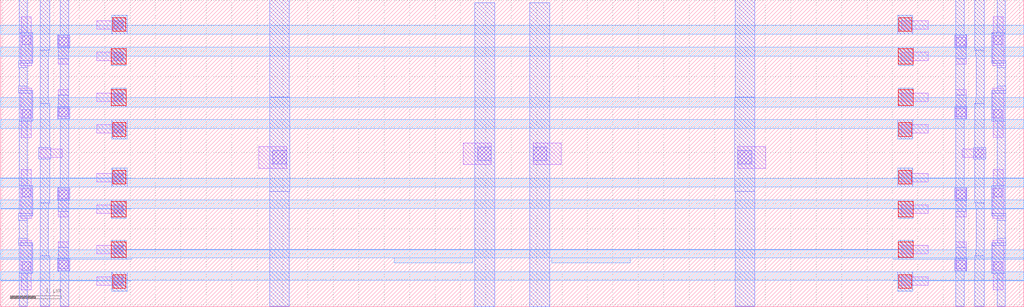
<source format=lef>
VERSION 5.7 ;
  NOWIREEXTENSIONATPIN ON ;
  DIVIDERCHAR "/" ;
  BUSBITCHARS "[]" ;
MACRO swc4x2cell
  CLASS BLOCK ;
  FOREIGN swc4x2cell ;
  ORIGIN 10.040 0.040 ;
  SIZE 20.120 BY 6.050 ;
  OBS
      LAYER li1 ;
        RECT -9.640 5.330 -9.440 5.680 ;
        RECT -8.160 5.430 -7.630 5.600 ;
        RECT 7.670 5.430 8.200 5.600 ;
        RECT -9.650 5.300 -9.440 5.330 ;
        RECT 9.480 5.330 9.680 5.680 ;
        RECT -9.650 4.710 -9.430 5.300 ;
        RECT -8.910 4.740 -8.710 5.310 ;
        RECT -8.160 4.810 -7.630 4.980 ;
        RECT 7.670 4.810 8.200 4.980 ;
        RECT 8.750 4.740 8.950 5.310 ;
        RECT 9.480 5.300 9.690 5.330 ;
        RECT 9.470 4.710 9.690 5.300 ;
        RECT -9.650 3.680 -9.430 4.270 ;
        RECT -9.650 3.650 -9.440 3.680 ;
        RECT -8.910 3.670 -8.710 4.240 ;
        RECT -8.160 4.000 -7.630 4.170 ;
        RECT 7.670 4.000 8.200 4.170 ;
        RECT 8.750 3.670 8.950 4.240 ;
        RECT 9.470 3.680 9.690 4.270 ;
        RECT -9.640 3.300 -9.440 3.650 ;
        RECT 9.480 3.650 9.690 3.680 ;
        RECT -8.160 3.380 -7.630 3.550 ;
        RECT 7.670 3.380 8.200 3.550 ;
        RECT 9.480 3.300 9.680 3.650 ;
        RECT -9.270 2.900 -8.830 3.070 ;
        RECT -4.970 2.690 -4.420 3.120 ;
        RECT -0.940 2.760 -0.390 3.190 ;
        RECT 0.430 2.760 0.980 3.190 ;
        RECT 4.460 2.690 5.010 3.120 ;
        RECT 8.870 2.900 9.310 3.070 ;
        RECT -9.640 2.320 -9.440 2.670 ;
        RECT -8.160 2.420 -7.630 2.590 ;
        RECT 7.670 2.420 8.200 2.590 ;
        RECT -9.650 2.290 -9.440 2.320 ;
        RECT 9.480 2.320 9.680 2.670 ;
        RECT -9.650 1.700 -9.430 2.290 ;
        RECT -8.910 1.730 -8.710 2.300 ;
        RECT -8.160 1.800 -7.630 1.970 ;
        RECT 7.670 1.800 8.200 1.970 ;
        RECT 8.750 1.730 8.950 2.300 ;
        RECT 9.480 2.290 9.690 2.320 ;
        RECT 9.470 1.700 9.690 2.290 ;
        RECT -9.650 0.680 -9.430 1.270 ;
        RECT -9.650 0.650 -9.440 0.680 ;
        RECT -8.910 0.670 -8.710 1.240 ;
        RECT -8.160 1.000 -7.630 1.170 ;
        RECT 7.670 1.000 8.200 1.170 ;
        RECT 8.750 0.670 8.950 1.240 ;
        RECT 9.470 0.680 9.690 1.270 ;
        RECT -9.640 0.300 -9.440 0.650 ;
        RECT 9.480 0.650 9.690 0.680 ;
        RECT -8.160 0.380 -7.630 0.550 ;
        RECT 7.670 0.380 8.200 0.550 ;
        RECT 9.480 0.300 9.680 0.650 ;
      LAYER mcon ;
        RECT -7.810 5.430 -7.630 5.600 ;
        RECT -9.620 5.130 -9.450 5.300 ;
        RECT -8.890 5.100 -8.720 5.270 ;
        RECT 8.760 5.100 8.930 5.270 ;
        RECT -7.810 4.810 -7.630 4.980 ;
        RECT 9.490 5.130 9.660 5.300 ;
        RECT -9.620 3.680 -9.450 3.850 ;
        RECT -7.810 4.000 -7.630 4.170 ;
        RECT -8.890 3.710 -8.720 3.880 ;
        RECT 8.760 3.710 8.930 3.880 ;
        RECT 9.490 3.680 9.660 3.850 ;
        RECT -7.810 3.380 -7.630 3.550 ;
        RECT -4.690 2.770 -4.420 3.040 ;
        RECT -0.660 2.840 -0.390 3.110 ;
        RECT 0.430 2.840 0.700 3.110 ;
        RECT 4.460 2.770 4.730 3.040 ;
        RECT 9.130 2.900 9.310 3.070 ;
        RECT -7.810 2.420 -7.630 2.590 ;
        RECT -9.620 2.120 -9.450 2.290 ;
        RECT -8.890 2.090 -8.720 2.260 ;
        RECT 8.760 2.090 8.930 2.260 ;
        RECT -7.810 1.800 -7.630 1.970 ;
        RECT 9.490 2.120 9.660 2.290 ;
        RECT -9.620 0.680 -9.450 0.850 ;
        RECT -7.810 1.000 -7.630 1.170 ;
        RECT -8.890 0.710 -8.720 0.880 ;
        RECT 8.760 0.710 8.930 0.880 ;
        RECT 9.490 0.680 9.660 0.850 ;
        RECT -7.810 0.380 -7.630 0.550 ;
      LAYER met1 ;
        RECT -9.680 5.360 -9.520 6.010 ;
        RECT -9.680 4.810 -9.410 5.360 ;
        RECT -9.690 4.760 -9.410 4.810 ;
        RECT -9.270 5.020 -9.080 6.010 ;
        RECT -8.870 5.330 -8.710 6.010 ;
        RECT -7.860 5.330 -7.560 5.710 ;
        RECT -8.910 5.310 -8.710 5.330 ;
        RECT -8.920 5.070 -8.690 5.310 ;
        RECT -9.270 4.900 -9.100 5.020 ;
        RECT -9.690 4.670 -9.520 4.760 ;
        RECT -9.680 4.310 -9.520 4.670 ;
        RECT -9.690 4.220 -9.520 4.310 ;
        RECT -9.690 4.170 -9.410 4.220 ;
        RECT -9.680 3.620 -9.410 4.170 ;
        RECT -9.270 4.080 -9.110 4.900 ;
        RECT -8.910 4.850 -8.710 5.070 ;
        RECT -8.870 4.130 -8.710 4.850 ;
        RECT -7.870 4.710 -7.570 5.080 ;
        RECT -9.270 3.960 -9.100 4.080 ;
        RECT -9.680 2.350 -9.520 3.620 ;
        RECT -9.270 3.100 -9.080 3.960 ;
        RECT -8.910 3.910 -8.710 4.130 ;
        RECT -8.920 3.670 -8.690 3.910 ;
        RECT -7.870 3.900 -7.570 4.270 ;
        RECT -4.750 4.090 -4.370 6.010 ;
        RECT -8.910 3.650 -8.710 3.670 ;
        RECT -9.300 2.870 -9.060 3.100 ;
        RECT -9.680 1.800 -9.410 2.350 ;
        RECT -9.690 1.750 -9.410 1.800 ;
        RECT -9.270 2.010 -9.080 2.870 ;
        RECT -8.870 2.320 -8.710 3.650 ;
        RECT -7.860 3.270 -7.560 3.650 ;
        RECT -7.860 2.320 -7.560 2.700 ;
        RECT -8.910 2.300 -8.710 2.320 ;
        RECT -8.920 2.060 -8.690 2.300 ;
        RECT -4.750 2.230 -4.360 4.090 ;
        RECT -9.270 1.890 -9.100 2.010 ;
        RECT -9.690 1.660 -9.520 1.750 ;
        RECT -9.680 1.310 -9.520 1.660 ;
        RECT -9.690 1.220 -9.520 1.310 ;
        RECT -9.690 1.170 -9.410 1.220 ;
        RECT -9.680 0.620 -9.410 1.170 ;
        RECT -9.270 1.080 -9.110 1.890 ;
        RECT -8.910 1.840 -8.710 2.060 ;
        RECT -8.870 1.130 -8.710 1.840 ;
        RECT -7.870 1.700 -7.570 2.070 ;
        RECT -9.270 0.960 -9.100 1.080 ;
        RECT -9.680 -0.030 -9.520 0.620 ;
        RECT -9.270 -0.030 -9.080 0.960 ;
        RECT -8.910 0.910 -8.710 1.130 ;
        RECT -8.920 0.670 -8.690 0.910 ;
        RECT -7.870 0.900 -7.570 1.270 ;
        RECT -8.910 0.650 -8.710 0.670 ;
        RECT -8.870 -0.030 -8.710 0.650 ;
        RECT -7.860 0.270 -7.560 0.650 ;
        RECT -4.750 -0.030 -4.370 2.230 ;
        RECT -0.720 -0.040 -0.320 5.950 ;
        RECT 0.360 -0.040 0.760 5.950 ;
        RECT 4.410 4.090 4.790 6.010 ;
        RECT 7.600 5.330 7.900 5.710 ;
        RECT 8.750 5.330 8.910 6.010 ;
        RECT 8.750 5.310 8.950 5.330 ;
        RECT 7.610 4.710 7.910 5.080 ;
        RECT 8.730 5.070 8.960 5.310 ;
        RECT 8.750 4.850 8.950 5.070 ;
        RECT 9.120 5.020 9.310 6.010 ;
        RECT 9.560 5.360 9.720 6.010 ;
        RECT 9.140 4.900 9.310 5.020 ;
        RECT 4.400 2.230 4.790 4.090 ;
        RECT 7.610 3.900 7.910 4.270 ;
        RECT 8.750 4.130 8.910 4.850 ;
        RECT 8.750 3.910 8.950 4.130 ;
        RECT 9.150 4.080 9.310 4.900 ;
        RECT 9.450 4.810 9.720 5.360 ;
        RECT 9.450 4.760 9.730 4.810 ;
        RECT 9.560 4.670 9.730 4.760 ;
        RECT 9.560 4.310 9.720 4.670 ;
        RECT 9.560 4.220 9.730 4.310 ;
        RECT 9.140 3.960 9.310 4.080 ;
        RECT 8.730 3.670 8.960 3.910 ;
        RECT 8.750 3.650 8.950 3.670 ;
        RECT 7.600 3.270 7.900 3.650 ;
        RECT 7.600 2.320 7.900 2.700 ;
        RECT 8.750 2.320 8.910 3.650 ;
        RECT 9.120 3.100 9.310 3.960 ;
        RECT 9.450 4.170 9.730 4.220 ;
        RECT 9.450 3.620 9.720 4.170 ;
        RECT 9.100 2.870 9.340 3.100 ;
        RECT 8.750 2.300 8.950 2.320 ;
        RECT 4.410 -0.030 4.790 2.230 ;
        RECT 7.610 1.700 7.910 2.070 ;
        RECT 8.730 2.060 8.960 2.300 ;
        RECT 8.750 1.840 8.950 2.060 ;
        RECT 9.120 2.010 9.310 2.870 ;
        RECT 9.560 2.350 9.720 3.620 ;
        RECT 9.140 1.890 9.310 2.010 ;
        RECT 7.610 0.900 7.910 1.270 ;
        RECT 8.750 1.130 8.910 1.840 ;
        RECT 8.750 0.910 8.950 1.130 ;
        RECT 9.150 1.080 9.310 1.890 ;
        RECT 9.450 1.800 9.720 2.350 ;
        RECT 9.450 1.750 9.730 1.800 ;
        RECT 9.560 1.660 9.730 1.750 ;
        RECT 9.560 1.310 9.720 1.660 ;
        RECT 9.560 1.220 9.730 1.310 ;
        RECT 9.140 0.960 9.310 1.080 ;
        RECT 8.730 0.670 8.960 0.910 ;
        RECT 8.750 0.650 8.950 0.670 ;
        RECT 7.600 0.270 7.900 0.650 ;
        RECT 8.750 -0.030 8.910 0.650 ;
        RECT 9.120 -0.030 9.310 0.960 ;
        RECT 9.450 1.170 9.730 1.220 ;
        RECT 9.450 0.620 9.720 1.170 ;
        RECT 9.560 -0.030 9.720 0.620 ;
      LAYER via ;
        RECT -7.840 5.390 -7.580 5.660 ;
        RECT -7.870 4.740 -7.570 5.050 ;
        RECT -7.870 3.930 -7.570 4.240 ;
        RECT -7.840 3.320 -7.580 3.590 ;
        RECT -7.840 2.380 -7.580 2.650 ;
        RECT -7.870 1.730 -7.570 2.040 ;
        RECT -7.870 0.930 -7.570 1.240 ;
        RECT -7.840 0.320 -7.580 0.590 ;
        RECT 7.620 5.390 7.880 5.660 ;
        RECT 7.610 4.740 7.910 5.050 ;
        RECT 7.610 3.930 7.910 4.240 ;
        RECT 7.620 3.320 7.880 3.590 ;
        RECT 7.620 2.380 7.880 2.650 ;
        RECT 7.610 1.730 7.910 2.040 ;
        RECT 7.610 0.930 7.910 1.240 ;
        RECT 7.620 0.320 7.880 0.590 ;
      LAYER met2 ;
        RECT -7.860 5.510 -7.560 5.710 ;
        RECT 7.600 5.510 7.900 5.710 ;
        RECT -10.040 5.330 10.080 5.510 ;
        RECT -10.040 4.900 10.080 5.080 ;
        RECT -7.870 4.710 -7.570 4.900 ;
        RECT 7.610 4.710 7.910 4.900 ;
        RECT -7.870 4.080 -7.570 4.270 ;
        RECT 7.610 4.080 7.910 4.270 ;
        RECT -10.040 3.900 10.080 4.080 ;
        RECT -10.040 3.470 10.080 3.650 ;
        RECT -7.860 3.270 -7.560 3.470 ;
        RECT 7.600 3.270 7.900 3.470 ;
        RECT -7.860 2.500 -7.560 2.700 ;
        RECT 7.600 2.500 7.900 2.700 ;
        RECT -10.040 2.490 -7.480 2.500 ;
        RECT 7.520 2.490 10.080 2.500 ;
        RECT -10.040 2.320 10.080 2.490 ;
        RECT -10.040 1.900 10.080 2.070 ;
        RECT -10.040 1.890 -7.480 1.900 ;
        RECT 7.520 1.890 10.080 1.900 ;
        RECT -7.870 1.700 -7.570 1.890 ;
        RECT 7.610 1.700 7.910 1.890 ;
        RECT -7.870 1.090 -7.570 1.270 ;
        RECT 7.610 1.090 7.910 1.270 ;
        RECT -7.870 1.080 7.910 1.090 ;
        RECT -10.040 0.920 10.080 1.080 ;
        RECT -10.040 0.900 -7.480 0.920 ;
        RECT -2.300 0.830 -0.760 0.920 ;
        RECT 0.800 0.830 2.340 0.920 ;
        RECT 7.520 0.900 10.080 0.920 ;
        RECT -10.040 0.480 10.080 0.650 ;
        RECT -10.040 0.470 -7.480 0.480 ;
        RECT 7.520 0.470 10.080 0.480 ;
        RECT -7.860 0.270 -7.560 0.470 ;
        RECT 7.600 0.270 7.900 0.470 ;
  END
END swc4x2cell
END LIBRARY


</source>
